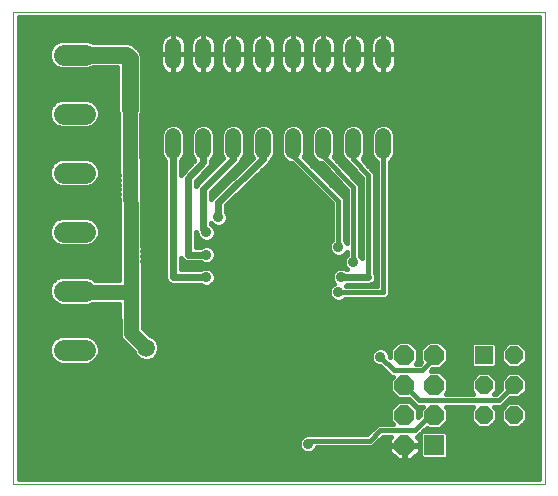
<source format=gbl>
G75*
G70*
%OFA0B0*%
%FSLAX24Y24*%
%IPPOS*%
%LPD*%
%AMOC8*
5,1,8,0,0,1.08239X$1,22.5*
%
%ADD10C,0.0000*%
%ADD11C,0.0520*%
%ADD12R,0.0660X0.0660*%
%ADD13OC8,0.0660*%
%ADD14R,0.0600X0.0600*%
%ADD15OC8,0.0600*%
%ADD16C,0.0705*%
%ADD17C,0.0160*%
%ADD18C,0.0356*%
%ADD19C,0.0240*%
%ADD20C,0.0591*%
%ADD21C,0.0660*%
%ADD22C,0.0500*%
%ADD23C,0.0560*%
D10*
X003097Y001522D02*
X003097Y017270D01*
X020814Y017270D01*
X020814Y001522D01*
X003097Y001522D01*
D11*
X008429Y012612D02*
X008429Y013132D01*
X009429Y013132D02*
X009429Y012612D01*
X010429Y012612D02*
X010429Y013132D01*
X011429Y013132D02*
X011429Y012612D01*
X012429Y012612D02*
X012429Y013132D01*
X013429Y013132D02*
X013429Y012612D01*
X014429Y012612D02*
X014429Y013132D01*
X015429Y013132D02*
X015429Y012612D01*
X015429Y015612D02*
X015429Y016132D01*
X014429Y016132D02*
X014429Y015612D01*
X013429Y015612D02*
X013429Y016132D01*
X012429Y016132D02*
X012429Y015612D01*
X011429Y015612D02*
X011429Y016132D01*
X010429Y016132D02*
X010429Y015612D01*
X009429Y015612D02*
X009429Y016132D01*
X008429Y016132D02*
X008429Y015612D01*
D12*
X017129Y002822D03*
D13*
X017129Y003822D03*
X017129Y004822D03*
X017129Y005822D03*
X016129Y005822D03*
X016129Y004822D03*
X016129Y003822D03*
X016129Y002822D03*
D14*
X018779Y005822D03*
D15*
X019779Y005822D03*
X019779Y004822D03*
X019779Y003822D03*
X018779Y003822D03*
X018779Y004822D03*
D16*
X005481Y006001D02*
X004776Y006001D01*
X004776Y007969D02*
X005481Y007969D01*
X005481Y009938D02*
X004776Y009938D01*
X004776Y011906D02*
X005481Y011906D01*
X005481Y013875D02*
X004776Y013875D01*
X004776Y015843D02*
X005481Y015843D01*
D17*
X005746Y016266D02*
X008010Y016266D01*
X008000Y016235D02*
X007989Y016166D01*
X007989Y015872D01*
X008428Y015872D01*
X008428Y015872D01*
X007989Y015872D01*
X007989Y015577D01*
X008000Y015509D01*
X008021Y015443D01*
X008052Y015381D01*
X008093Y015325D01*
X008142Y015276D01*
X008198Y015236D01*
X008260Y015204D01*
X008326Y015183D01*
X008394Y015172D01*
X008429Y015172D01*
X008463Y015172D01*
X008532Y015183D01*
X008598Y015204D01*
X008659Y015236D01*
X008715Y015276D01*
X008764Y015325D01*
X008805Y015381D01*
X008837Y015443D01*
X008858Y015509D01*
X008869Y015577D01*
X008869Y015872D01*
X008869Y016166D01*
X008858Y016235D01*
X008837Y016301D01*
X008805Y016362D01*
X008764Y016419D01*
X008715Y016467D01*
X008659Y016508D01*
X008598Y016540D01*
X008532Y016561D01*
X008463Y016572D01*
X008429Y016572D01*
X008429Y015872D01*
X008869Y015872D01*
X008429Y015872D01*
X008429Y015872D01*
X008429Y015872D01*
X008429Y016572D01*
X008394Y016572D01*
X008326Y016561D01*
X008260Y016540D01*
X008198Y016508D01*
X008142Y016467D01*
X008093Y016419D01*
X008052Y016362D01*
X008021Y016301D01*
X008000Y016235D01*
X007989Y016108D02*
X007183Y016108D01*
X007210Y016081D02*
X007092Y016199D01*
X006937Y016263D01*
X005754Y016263D01*
X005579Y016336D01*
X004678Y016336D01*
X004497Y016261D01*
X004359Y016122D01*
X004284Y015941D01*
X004284Y015745D01*
X004359Y015564D01*
X004497Y015426D01*
X004678Y015351D01*
X005579Y015351D01*
X005754Y015423D01*
X006559Y015423D01*
X006559Y013933D01*
X006590Y013858D01*
X006627Y008312D01*
X005835Y008312D01*
X005760Y008387D01*
X005579Y008462D01*
X004678Y008462D01*
X004497Y008387D01*
X004359Y008248D01*
X004284Y008067D01*
X004284Y007871D01*
X004359Y007690D01*
X004497Y007552D01*
X004678Y007477D01*
X005579Y007477D01*
X005713Y007532D01*
X006632Y007532D01*
X006639Y006568D01*
X006639Y006494D01*
X006639Y006493D01*
X006639Y006492D01*
X006669Y006420D01*
X006698Y006351D01*
X006699Y006350D01*
X006700Y006349D01*
X006752Y006297D01*
X007115Y005935D01*
X007160Y005825D01*
X007282Y005703D01*
X007442Y005637D01*
X007615Y005637D01*
X007775Y005703D01*
X007898Y005825D01*
X007964Y005985D01*
X007964Y006158D01*
X007898Y006318D01*
X007775Y006441D01*
X007666Y006486D01*
X007418Y006734D01*
X007410Y007925D01*
X007410Y007999D01*
X007409Y008001D01*
X007409Y008002D01*
X007370Y013863D01*
X007399Y013933D01*
X007399Y015635D01*
X007399Y015802D01*
X007335Y015956D01*
X007210Y016081D01*
X007338Y015949D02*
X007989Y015949D01*
X007989Y015791D02*
X007399Y015791D01*
X007399Y015632D02*
X007989Y015632D01*
X008011Y015474D02*
X007399Y015474D01*
X007399Y015315D02*
X008103Y015315D01*
X008429Y015315D02*
X008429Y015315D01*
X008429Y015172D02*
X008429Y015871D01*
X008429Y015871D01*
X008429Y015172D01*
X008429Y015474D02*
X008429Y015474D01*
X008429Y015632D02*
X008429Y015632D01*
X008429Y015791D02*
X008429Y015791D01*
X008429Y015949D02*
X008429Y015949D01*
X008429Y016108D02*
X008429Y016108D01*
X008429Y016266D02*
X008429Y016266D01*
X008429Y016425D02*
X008429Y016425D01*
X008758Y016425D02*
X009100Y016425D01*
X009093Y016419D02*
X009052Y016362D01*
X009021Y016301D01*
X009000Y016235D01*
X008989Y016166D01*
X008989Y015872D01*
X009428Y015872D01*
X009428Y015872D01*
X008989Y015872D01*
X008989Y015577D01*
X009000Y015509D01*
X009021Y015443D01*
X009052Y015381D01*
X009093Y015325D01*
X009142Y015276D01*
X009198Y015236D01*
X009260Y015204D01*
X009326Y015183D01*
X009394Y015172D01*
X009429Y015172D01*
X009463Y015172D01*
X009532Y015183D01*
X009598Y015204D01*
X009659Y015236D01*
X009715Y015276D01*
X009764Y015325D01*
X009805Y015381D01*
X009837Y015443D01*
X009858Y015509D01*
X009869Y015577D01*
X009869Y015872D01*
X009869Y016166D01*
X009858Y016235D01*
X009837Y016301D01*
X009805Y016362D01*
X009764Y016419D01*
X009715Y016467D01*
X009659Y016508D01*
X009598Y016540D01*
X009532Y016561D01*
X009463Y016572D01*
X009429Y016572D01*
X009429Y015872D01*
X009869Y015872D01*
X009429Y015872D01*
X009429Y015872D01*
X009429Y015872D01*
X009429Y016572D01*
X009394Y016572D01*
X009326Y016561D01*
X009260Y016540D01*
X009198Y016508D01*
X009142Y016467D01*
X009093Y016419D01*
X009010Y016266D02*
X008848Y016266D01*
X008869Y016108D02*
X008989Y016108D01*
X008989Y015949D02*
X008869Y015949D01*
X008869Y015791D02*
X008989Y015791D01*
X008989Y015632D02*
X008869Y015632D01*
X008846Y015474D02*
X009011Y015474D01*
X009103Y015315D02*
X008754Y015315D01*
X009429Y015315D02*
X009429Y015315D01*
X009429Y015172D02*
X009429Y015871D01*
X009429Y015871D01*
X009429Y015172D01*
X009429Y015474D02*
X009429Y015474D01*
X009429Y015632D02*
X009429Y015632D01*
X009429Y015791D02*
X009429Y015791D01*
X009429Y015949D02*
X009429Y015949D01*
X009429Y016108D02*
X009429Y016108D01*
X009429Y016266D02*
X009429Y016266D01*
X009429Y016425D02*
X009429Y016425D01*
X009758Y016425D02*
X010100Y016425D01*
X010093Y016419D02*
X010142Y016467D01*
X010198Y016508D01*
X010260Y016540D01*
X010326Y016561D01*
X010394Y016572D01*
X010429Y016572D01*
X010429Y015872D01*
X010869Y015872D01*
X010869Y016166D01*
X010858Y016235D01*
X010837Y016301D01*
X010805Y016362D01*
X010764Y016419D01*
X010715Y016467D01*
X010659Y016508D01*
X010598Y016540D01*
X010532Y016561D01*
X010463Y016572D01*
X010429Y016572D01*
X010429Y015872D01*
X010429Y015872D01*
X010429Y015872D01*
X010869Y015872D01*
X010869Y015577D01*
X010858Y015509D01*
X010837Y015443D01*
X010805Y015381D01*
X010764Y015325D01*
X010715Y015276D01*
X010659Y015236D01*
X010598Y015204D01*
X010532Y015183D01*
X010463Y015172D01*
X010429Y015172D01*
X010429Y015871D01*
X010429Y015871D01*
X010429Y015172D01*
X010394Y015172D01*
X010326Y015183D01*
X010260Y015204D01*
X010198Y015236D01*
X010142Y015276D01*
X010093Y015325D01*
X010052Y015381D01*
X010021Y015443D01*
X010000Y015509D01*
X009989Y015577D01*
X009989Y015872D01*
X010428Y015872D01*
X010428Y015872D01*
X009989Y015872D01*
X009989Y016166D01*
X010000Y016235D01*
X010021Y016301D01*
X010052Y016362D01*
X010093Y016419D01*
X010010Y016266D02*
X009848Y016266D01*
X009869Y016108D02*
X009989Y016108D01*
X009989Y015949D02*
X009869Y015949D01*
X009869Y015791D02*
X009989Y015791D01*
X009989Y015632D02*
X009869Y015632D01*
X009846Y015474D02*
X010011Y015474D01*
X010103Y015315D02*
X009754Y015315D01*
X010429Y015315D02*
X010429Y015315D01*
X010429Y015474D02*
X010429Y015474D01*
X010429Y015632D02*
X010429Y015632D01*
X010429Y015791D02*
X010429Y015791D01*
X010429Y015949D02*
X010429Y015949D01*
X010429Y016108D02*
X010429Y016108D01*
X010429Y016266D02*
X010429Y016266D01*
X010429Y016425D02*
X010429Y016425D01*
X010758Y016425D02*
X011100Y016425D01*
X011093Y016419D02*
X011052Y016362D01*
X011021Y016301D01*
X011000Y016235D01*
X010989Y016166D01*
X010989Y015872D01*
X011428Y015872D01*
X011428Y015872D01*
X010989Y015872D01*
X010989Y015577D01*
X011000Y015509D01*
X011021Y015443D01*
X011052Y015381D01*
X011093Y015325D01*
X011142Y015276D01*
X011198Y015236D01*
X011260Y015204D01*
X011326Y015183D01*
X011394Y015172D01*
X011429Y015172D01*
X011463Y015172D01*
X011532Y015183D01*
X011598Y015204D01*
X011659Y015236D01*
X011715Y015276D01*
X011764Y015325D01*
X011805Y015381D01*
X011837Y015443D01*
X011858Y015509D01*
X011869Y015577D01*
X011869Y015872D01*
X011869Y016166D01*
X011858Y016235D01*
X011837Y016301D01*
X011805Y016362D01*
X011764Y016419D01*
X011715Y016467D01*
X011659Y016508D01*
X011598Y016540D01*
X011532Y016561D01*
X011463Y016572D01*
X011429Y016572D01*
X011429Y015872D01*
X011869Y015872D01*
X011429Y015872D01*
X011429Y015872D01*
X011429Y015872D01*
X011429Y016572D01*
X011394Y016572D01*
X011326Y016561D01*
X011260Y016540D01*
X011198Y016508D01*
X011142Y016467D01*
X011093Y016419D01*
X011010Y016266D02*
X010848Y016266D01*
X010869Y016108D02*
X010989Y016108D01*
X010989Y015949D02*
X010869Y015949D01*
X010869Y015791D02*
X010989Y015791D01*
X010989Y015632D02*
X010869Y015632D01*
X010846Y015474D02*
X011011Y015474D01*
X011103Y015315D02*
X010754Y015315D01*
X011429Y015315D02*
X011429Y015315D01*
X011429Y015172D02*
X011429Y015871D01*
X011429Y015871D01*
X011429Y015172D01*
X011429Y015474D02*
X011429Y015474D01*
X011429Y015632D02*
X011429Y015632D01*
X011429Y015791D02*
X011429Y015791D01*
X011429Y015949D02*
X011429Y015949D01*
X011429Y016108D02*
X011429Y016108D01*
X011429Y016266D02*
X011429Y016266D01*
X011429Y016425D02*
X011429Y016425D01*
X011758Y016425D02*
X012100Y016425D01*
X012093Y016419D02*
X012052Y016362D01*
X012021Y016301D01*
X012000Y016235D01*
X011989Y016166D01*
X011989Y015872D01*
X012428Y015872D01*
X012428Y015872D01*
X011989Y015872D01*
X011989Y015577D01*
X012000Y015509D01*
X012021Y015443D01*
X012052Y015381D01*
X012093Y015325D01*
X012142Y015276D01*
X012198Y015236D01*
X012260Y015204D01*
X012326Y015183D01*
X012394Y015172D01*
X012429Y015172D01*
X012463Y015172D01*
X012532Y015183D01*
X012598Y015204D01*
X012659Y015236D01*
X012715Y015276D01*
X012764Y015325D01*
X012805Y015381D01*
X012837Y015443D01*
X012858Y015509D01*
X012869Y015577D01*
X012869Y015872D01*
X012869Y016166D01*
X012858Y016235D01*
X012837Y016301D01*
X012805Y016362D01*
X012764Y016419D01*
X012715Y016467D01*
X012659Y016508D01*
X012598Y016540D01*
X012532Y016561D01*
X012463Y016572D01*
X012429Y016572D01*
X012429Y015872D01*
X012869Y015872D01*
X012429Y015872D01*
X012429Y015872D01*
X012429Y015872D01*
X012429Y016572D01*
X012394Y016572D01*
X012326Y016561D01*
X012260Y016540D01*
X012198Y016508D01*
X012142Y016467D01*
X012093Y016419D01*
X012010Y016266D02*
X011848Y016266D01*
X011869Y016108D02*
X011989Y016108D01*
X011989Y015949D02*
X011869Y015949D01*
X011869Y015791D02*
X011989Y015791D01*
X011989Y015632D02*
X011869Y015632D01*
X011846Y015474D02*
X012011Y015474D01*
X012103Y015315D02*
X011754Y015315D01*
X012429Y015315D02*
X012429Y015315D01*
X012429Y015172D02*
X012429Y015871D01*
X012429Y015871D01*
X012429Y015172D01*
X012429Y015474D02*
X012429Y015474D01*
X012429Y015632D02*
X012429Y015632D01*
X012429Y015791D02*
X012429Y015791D01*
X012429Y015949D02*
X012429Y015949D01*
X012429Y016108D02*
X012429Y016108D01*
X012429Y016266D02*
X012429Y016266D01*
X012429Y016425D02*
X012429Y016425D01*
X012758Y016425D02*
X013100Y016425D01*
X013093Y016419D02*
X013052Y016362D01*
X013021Y016301D01*
X013000Y016235D01*
X012989Y016166D01*
X012989Y015872D01*
X013428Y015872D01*
X013428Y015872D01*
X012989Y015872D01*
X012989Y015577D01*
X013000Y015509D01*
X013021Y015443D01*
X013052Y015381D01*
X013093Y015325D01*
X013142Y015276D01*
X013198Y015236D01*
X013260Y015204D01*
X013326Y015183D01*
X013394Y015172D01*
X013429Y015172D01*
X013463Y015172D01*
X013532Y015183D01*
X013598Y015204D01*
X013659Y015236D01*
X013715Y015276D01*
X013764Y015325D01*
X013805Y015381D01*
X013837Y015443D01*
X013858Y015509D01*
X013869Y015577D01*
X013869Y015872D01*
X013869Y016166D01*
X013858Y016235D01*
X013837Y016301D01*
X013805Y016362D01*
X013764Y016419D01*
X013715Y016467D01*
X013659Y016508D01*
X013598Y016540D01*
X013532Y016561D01*
X013463Y016572D01*
X013429Y016572D01*
X013429Y015872D01*
X013869Y015872D01*
X013429Y015872D01*
X013429Y015872D01*
X013429Y015872D01*
X013429Y016572D01*
X013394Y016572D01*
X013326Y016561D01*
X013260Y016540D01*
X013198Y016508D01*
X013142Y016467D01*
X013093Y016419D01*
X013010Y016266D02*
X012848Y016266D01*
X012869Y016108D02*
X012989Y016108D01*
X012989Y015949D02*
X012869Y015949D01*
X012869Y015791D02*
X012989Y015791D01*
X012989Y015632D02*
X012869Y015632D01*
X012846Y015474D02*
X013011Y015474D01*
X013103Y015315D02*
X012754Y015315D01*
X013429Y015315D02*
X013429Y015315D01*
X013429Y015172D02*
X013429Y015871D01*
X013429Y015871D01*
X013429Y015172D01*
X013429Y015474D02*
X013429Y015474D01*
X013429Y015632D02*
X013429Y015632D01*
X013429Y015791D02*
X013429Y015791D01*
X013429Y015949D02*
X013429Y015949D01*
X013429Y016108D02*
X013429Y016108D01*
X013429Y016266D02*
X013429Y016266D01*
X013429Y016425D02*
X013429Y016425D01*
X013758Y016425D02*
X014100Y016425D01*
X014093Y016419D02*
X014052Y016362D01*
X014021Y016301D01*
X014000Y016235D01*
X013989Y016166D01*
X013989Y015872D01*
X014428Y015872D01*
X014428Y015872D01*
X013989Y015872D01*
X013989Y015577D01*
X014000Y015509D01*
X014021Y015443D01*
X014052Y015381D01*
X014093Y015325D01*
X014142Y015276D01*
X014198Y015236D01*
X014260Y015204D01*
X014326Y015183D01*
X014394Y015172D01*
X014429Y015172D01*
X014463Y015172D01*
X014532Y015183D01*
X014598Y015204D01*
X014659Y015236D01*
X014715Y015276D01*
X014764Y015325D01*
X014805Y015381D01*
X014837Y015443D01*
X014858Y015509D01*
X014869Y015577D01*
X014869Y015872D01*
X014869Y016166D01*
X014858Y016235D01*
X014837Y016301D01*
X014805Y016362D01*
X014764Y016419D01*
X014715Y016467D01*
X014659Y016508D01*
X014598Y016540D01*
X014532Y016561D01*
X014463Y016572D01*
X014429Y016572D01*
X014429Y015872D01*
X014869Y015872D01*
X014429Y015872D01*
X014429Y015872D01*
X014429Y015872D01*
X014429Y016572D01*
X014394Y016572D01*
X014326Y016561D01*
X014260Y016540D01*
X014198Y016508D01*
X014142Y016467D01*
X014093Y016419D01*
X014010Y016266D02*
X013848Y016266D01*
X013869Y016108D02*
X013989Y016108D01*
X013989Y015949D02*
X013869Y015949D01*
X013869Y015791D02*
X013989Y015791D01*
X013989Y015632D02*
X013869Y015632D01*
X013846Y015474D02*
X014011Y015474D01*
X014103Y015315D02*
X013754Y015315D01*
X014429Y015315D02*
X014429Y015315D01*
X014429Y015172D02*
X014429Y015871D01*
X014429Y015871D01*
X014429Y015172D01*
X014429Y015474D02*
X014429Y015474D01*
X014429Y015632D02*
X014429Y015632D01*
X014429Y015791D02*
X014429Y015791D01*
X014429Y015949D02*
X014429Y015949D01*
X014429Y016108D02*
X014429Y016108D01*
X014429Y016266D02*
X014429Y016266D01*
X014429Y016425D02*
X014429Y016425D01*
X014758Y016425D02*
X015100Y016425D01*
X015093Y016419D02*
X015052Y016362D01*
X015021Y016301D01*
X015000Y016235D01*
X014989Y016166D01*
X014989Y015872D01*
X015428Y015872D01*
X015428Y015872D01*
X014989Y015872D01*
X014989Y015577D01*
X015000Y015509D01*
X015021Y015443D01*
X015052Y015381D01*
X015093Y015325D01*
X015142Y015276D01*
X015198Y015236D01*
X015260Y015204D01*
X015326Y015183D01*
X015394Y015172D01*
X015429Y015172D01*
X015463Y015172D01*
X015532Y015183D01*
X015598Y015204D01*
X015659Y015236D01*
X015715Y015276D01*
X015764Y015325D01*
X015805Y015381D01*
X015837Y015443D01*
X015858Y015509D01*
X015869Y015577D01*
X015869Y015872D01*
X015869Y016166D01*
X015858Y016235D01*
X015837Y016301D01*
X015805Y016362D01*
X015764Y016419D01*
X015715Y016467D01*
X015659Y016508D01*
X015598Y016540D01*
X015532Y016561D01*
X015463Y016572D01*
X015429Y016572D01*
X015429Y015872D01*
X015869Y015872D01*
X015429Y015872D01*
X015429Y015872D01*
X015429Y015872D01*
X015429Y016572D01*
X015394Y016572D01*
X015326Y016561D01*
X015260Y016540D01*
X015198Y016508D01*
X015142Y016467D01*
X015093Y016419D01*
X015010Y016266D02*
X014848Y016266D01*
X014869Y016108D02*
X014989Y016108D01*
X014989Y015949D02*
X014869Y015949D01*
X014869Y015791D02*
X014989Y015791D01*
X014989Y015632D02*
X014869Y015632D01*
X014846Y015474D02*
X015011Y015474D01*
X015103Y015315D02*
X014754Y015315D01*
X015429Y015315D02*
X015429Y015315D01*
X015429Y015172D02*
X015429Y015871D01*
X015429Y015871D01*
X015429Y015172D01*
X015429Y015474D02*
X015429Y015474D01*
X015429Y015632D02*
X015429Y015632D01*
X015429Y015791D02*
X015429Y015791D01*
X015429Y015949D02*
X015429Y015949D01*
X015429Y016108D02*
X015429Y016108D01*
X015429Y016266D02*
X015429Y016266D01*
X015429Y016425D02*
X015429Y016425D01*
X015758Y016425D02*
X020634Y016425D01*
X020634Y016584D02*
X003277Y016584D01*
X003277Y016742D02*
X020634Y016742D01*
X020634Y016901D02*
X003277Y016901D01*
X003277Y017059D02*
X020634Y017059D01*
X020634Y017090D02*
X003277Y017090D01*
X003277Y001702D01*
X020634Y001702D01*
X020634Y017090D01*
X020634Y016266D02*
X015848Y016266D01*
X015869Y016108D02*
X020634Y016108D01*
X020634Y015949D02*
X015869Y015949D01*
X015869Y015791D02*
X020634Y015791D01*
X020634Y015632D02*
X015869Y015632D01*
X015846Y015474D02*
X020634Y015474D01*
X020634Y015315D02*
X015754Y015315D01*
X015508Y013532D02*
X015349Y013532D01*
X015202Y013471D01*
X015090Y013358D01*
X015029Y013211D01*
X015029Y012532D01*
X015090Y012385D01*
X015202Y012273D01*
X015209Y012270D01*
X015209Y008142D01*
X014184Y008142D01*
X014209Y008152D01*
X014219Y008162D01*
X014981Y008162D01*
X015076Y008201D01*
X015149Y008275D01*
X015189Y008370D01*
X015189Y008474D01*
X015149Y008569D01*
X015149Y008570D01*
X015149Y011816D01*
X015153Y011902D01*
X015149Y011907D01*
X015149Y011913D01*
X015088Y011973D01*
X014740Y012357D01*
X014768Y012385D01*
X014829Y012532D01*
X014829Y013211D01*
X014768Y013358D01*
X014655Y013471D01*
X014508Y013532D01*
X014349Y013532D01*
X014202Y013471D01*
X014090Y013358D01*
X014029Y013211D01*
X014029Y012532D01*
X014090Y012385D01*
X014202Y012273D01*
X014227Y012263D01*
X014269Y012220D01*
X014709Y011737D01*
X014709Y009077D01*
X014698Y009102D01*
X014649Y009152D01*
X014649Y011419D01*
X014651Y011508D01*
X014649Y011510D01*
X014709Y011510D01*
X014649Y011510D02*
X014649Y011513D01*
X014586Y011575D01*
X013782Y012420D01*
X013829Y012532D01*
X013829Y013211D01*
X013768Y013358D01*
X013655Y013471D01*
X013508Y013532D01*
X013349Y013532D01*
X013202Y013471D01*
X013090Y013358D01*
X013029Y013211D01*
X013029Y012532D01*
X013090Y012385D01*
X013202Y012273D01*
X013349Y012212D01*
X013373Y012212D01*
X014209Y011334D01*
X014209Y009577D01*
X014198Y009602D01*
X014149Y009652D01*
X014149Y011063D01*
X014020Y011192D01*
X012785Y012427D01*
X012829Y012532D01*
X012829Y013211D01*
X012768Y013358D01*
X012655Y013471D01*
X012508Y013532D01*
X012349Y013532D01*
X012202Y013471D01*
X012090Y013358D01*
X012029Y013211D01*
X012029Y012532D01*
X012090Y012385D01*
X012202Y012273D01*
X012349Y012212D01*
X012378Y012212D01*
X013709Y010881D01*
X013709Y009652D01*
X013659Y009602D01*
X013611Y009485D01*
X013611Y009359D01*
X013659Y009242D01*
X013749Y009152D01*
X013866Y009104D01*
X013992Y009104D01*
X014109Y009152D01*
X014198Y009242D01*
X014209Y009267D01*
X014209Y009152D01*
X014159Y009102D01*
X014111Y008985D01*
X014111Y008859D01*
X014159Y008742D01*
X014219Y008682D01*
X014219Y008682D01*
X014209Y008692D01*
X014092Y008740D01*
X013966Y008740D01*
X013849Y008692D01*
X013759Y008602D01*
X013711Y008485D01*
X013711Y008359D01*
X013759Y008242D01*
X013792Y008209D01*
X013749Y008192D01*
X013659Y008102D01*
X013611Y007985D01*
X013611Y007859D01*
X013659Y007742D01*
X013749Y007652D01*
X013866Y007604D01*
X013992Y007604D01*
X014109Y007652D01*
X014159Y007702D01*
X015520Y007702D01*
X015649Y007831D01*
X015649Y008013D01*
X015649Y012270D01*
X015655Y012273D01*
X015768Y012385D01*
X015829Y012532D01*
X015829Y013211D01*
X015768Y013358D01*
X015655Y013471D01*
X015508Y013532D01*
X015714Y013413D02*
X020634Y013413D01*
X020634Y013571D02*
X007372Y013571D01*
X007373Y013413D02*
X008144Y013413D01*
X008090Y013358D02*
X008202Y013471D01*
X008349Y013532D01*
X008508Y013532D01*
X008655Y013471D01*
X008768Y013358D01*
X008829Y013211D01*
X008829Y012532D01*
X008768Y012385D01*
X008689Y012306D01*
X008689Y011823D01*
X008702Y011859D01*
X008706Y011863D01*
X008708Y011869D01*
X008741Y011901D01*
X009137Y012338D01*
X009090Y012385D01*
X009029Y012532D01*
X009029Y013211D01*
X009090Y013358D01*
X009202Y013471D01*
X009349Y013532D01*
X009508Y013532D01*
X009655Y013471D01*
X009768Y013358D01*
X009829Y013211D01*
X009829Y012532D01*
X009768Y012385D01*
X009689Y012306D01*
X009689Y012278D01*
X009691Y012233D01*
X009689Y012227D01*
X009689Y012220D01*
X009671Y012178D01*
X009656Y012135D01*
X009652Y012131D01*
X009649Y012125D01*
X009617Y012092D01*
X009189Y011621D01*
X009189Y011472D01*
X009208Y011519D01*
X009282Y011592D01*
X010085Y012396D01*
X010029Y012532D01*
X010029Y013211D01*
X010090Y013358D01*
X010202Y013471D01*
X010349Y013532D01*
X010508Y013532D01*
X010655Y013471D01*
X010768Y013358D01*
X010829Y013211D01*
X010829Y012532D01*
X010768Y012385D01*
X010679Y012296D01*
X010649Y012225D01*
X009689Y011264D01*
X009689Y011022D01*
X009690Y011024D01*
X009708Y011069D01*
X009710Y011071D01*
X009711Y011073D01*
X009747Y011108D01*
X009782Y011142D01*
X009784Y011143D01*
X011084Y012400D01*
X011029Y012532D01*
X011029Y013211D01*
X011090Y013358D01*
X011202Y013471D01*
X011349Y013532D01*
X011508Y013532D01*
X011655Y013471D01*
X011768Y013358D01*
X011829Y013211D01*
X011829Y012532D01*
X011768Y012385D01*
X011680Y012297D01*
X011668Y012270D01*
X011649Y012225D01*
X011648Y012223D01*
X011647Y012221D01*
X011610Y012186D01*
X011576Y012151D01*
X011574Y012151D01*
X010189Y010812D01*
X010189Y010612D01*
X010198Y010602D01*
X010247Y010485D01*
X010247Y010359D01*
X010198Y010242D01*
X013709Y010242D01*
X013709Y010400D02*
X010247Y010400D01*
X010216Y010559D02*
X013709Y010559D01*
X013709Y010717D02*
X010189Y010717D01*
X010255Y010876D02*
X013709Y010876D01*
X013555Y011034D02*
X010419Y011034D01*
X010583Y011193D02*
X013397Y011193D01*
X013238Y011352D02*
X010747Y011352D01*
X010911Y011510D02*
X013079Y011510D01*
X012921Y011669D02*
X011075Y011669D01*
X011239Y011827D02*
X012762Y011827D01*
X012604Y011986D02*
X011403Y011986D01*
X011567Y012144D02*
X012445Y012144D01*
X012172Y012303D02*
X011685Y012303D01*
X011799Y012461D02*
X012058Y012461D01*
X012029Y012620D02*
X011829Y012620D01*
X011829Y012778D02*
X012029Y012778D01*
X012029Y012937D02*
X011829Y012937D01*
X011829Y013096D02*
X012029Y013096D01*
X012046Y013254D02*
X011811Y013254D01*
X011714Y013413D02*
X012144Y013413D01*
X012714Y013413D02*
X013144Y013413D01*
X013046Y013254D02*
X012811Y013254D01*
X012829Y013096D02*
X013029Y013096D01*
X013029Y012937D02*
X012829Y012937D01*
X012829Y012778D02*
X013029Y012778D01*
X013029Y012620D02*
X012829Y012620D01*
X012799Y012461D02*
X013058Y012461D01*
X013172Y012303D02*
X012909Y012303D01*
X013067Y012144D02*
X013437Y012144D01*
X013588Y011986D02*
X013226Y011986D01*
X013385Y011827D02*
X013739Y011827D01*
X013890Y011669D02*
X013543Y011669D01*
X013702Y011510D02*
X014041Y011510D01*
X014192Y011352D02*
X013860Y011352D01*
X014019Y011193D02*
X014209Y011193D01*
X014209Y011034D02*
X014149Y011034D01*
X014149Y010876D02*
X014209Y010876D01*
X014209Y010717D02*
X014149Y010717D01*
X014149Y010559D02*
X014209Y010559D01*
X014209Y010400D02*
X014149Y010400D01*
X014149Y010242D02*
X014209Y010242D01*
X014209Y010083D02*
X014149Y010083D01*
X014149Y009925D02*
X014209Y009925D01*
X014209Y009766D02*
X014149Y009766D01*
X014193Y009608D02*
X014209Y009608D01*
X013929Y009422D02*
X013929Y010972D01*
X012429Y012472D01*
X012429Y012872D01*
X013429Y012872D02*
X013429Y012472D01*
X014429Y011422D01*
X014429Y008922D01*
X014669Y009132D02*
X014709Y009132D01*
X014709Y009291D02*
X014649Y009291D01*
X014649Y009449D02*
X014709Y009449D01*
X014709Y009608D02*
X014649Y009608D01*
X014649Y009766D02*
X014709Y009766D01*
X014709Y009925D02*
X014649Y009925D01*
X014649Y010083D02*
X014709Y010083D01*
X014709Y010242D02*
X014649Y010242D01*
X014649Y010400D02*
X014709Y010400D01*
X014709Y010559D02*
X014649Y010559D01*
X014649Y010717D02*
X014709Y010717D01*
X014709Y010876D02*
X014649Y010876D01*
X014649Y011034D02*
X014709Y011034D01*
X014709Y011193D02*
X014649Y011193D01*
X014649Y011352D02*
X014709Y011352D01*
X014709Y011669D02*
X014498Y011669D01*
X014627Y011827D02*
X014347Y011827D01*
X014483Y011986D02*
X014196Y011986D01*
X014338Y012144D02*
X014045Y012144D01*
X014172Y012303D02*
X013894Y012303D01*
X013799Y012461D02*
X014058Y012461D01*
X014029Y012620D02*
X013829Y012620D01*
X013829Y012778D02*
X014029Y012778D01*
X014029Y012937D02*
X013829Y012937D01*
X013829Y013096D02*
X014029Y013096D01*
X014046Y013254D02*
X013811Y013254D01*
X013714Y013413D02*
X014144Y013413D01*
X014429Y012872D02*
X014429Y012372D01*
X014929Y011822D01*
X014929Y008422D01*
X015176Y008339D02*
X015209Y008339D01*
X015209Y008181D02*
X015026Y008181D01*
X015179Y008498D02*
X015209Y008498D01*
X015209Y008656D02*
X015149Y008656D01*
X015149Y008815D02*
X015209Y008815D01*
X015209Y008973D02*
X015149Y008973D01*
X015149Y009132D02*
X015209Y009132D01*
X015209Y009291D02*
X015149Y009291D01*
X015149Y009449D02*
X015209Y009449D01*
X015209Y009608D02*
X015149Y009608D01*
X015149Y009766D02*
X015209Y009766D01*
X015209Y009925D02*
X015149Y009925D01*
X015149Y010083D02*
X015209Y010083D01*
X015209Y010242D02*
X015149Y010242D01*
X015149Y010400D02*
X015209Y010400D01*
X015209Y010559D02*
X015149Y010559D01*
X015149Y010717D02*
X015209Y010717D01*
X015209Y010876D02*
X015149Y010876D01*
X015149Y011034D02*
X015209Y011034D01*
X015209Y011193D02*
X015149Y011193D01*
X015149Y011352D02*
X015209Y011352D01*
X015209Y011510D02*
X015149Y011510D01*
X015149Y011669D02*
X015209Y011669D01*
X015209Y011827D02*
X015149Y011827D01*
X015209Y011986D02*
X015077Y011986D01*
X015209Y012144D02*
X014933Y012144D01*
X014789Y012303D02*
X015172Y012303D01*
X015058Y012461D02*
X014799Y012461D01*
X014829Y012620D02*
X015029Y012620D01*
X015029Y012778D02*
X014829Y012778D01*
X014829Y012937D02*
X015029Y012937D01*
X015029Y013096D02*
X014829Y013096D01*
X014811Y013254D02*
X015046Y013254D01*
X015144Y013413D02*
X014714Y013413D01*
X015429Y012872D02*
X015429Y007922D01*
X013929Y007922D01*
X013696Y007705D02*
X007411Y007705D01*
X007412Y007547D02*
X020634Y007547D01*
X020634Y007705D02*
X015523Y007705D01*
X015649Y007864D02*
X020634Y007864D01*
X020634Y008022D02*
X015649Y008022D01*
X015649Y008181D02*
X020634Y008181D01*
X020634Y008339D02*
X015649Y008339D01*
X015649Y008498D02*
X020634Y008498D01*
X020634Y008656D02*
X015649Y008656D01*
X015649Y008815D02*
X020634Y008815D01*
X020634Y008973D02*
X015649Y008973D01*
X015649Y009132D02*
X020634Y009132D01*
X020634Y009291D02*
X015649Y009291D01*
X015649Y009449D02*
X020634Y009449D01*
X020634Y009608D02*
X015649Y009608D01*
X015649Y009766D02*
X020634Y009766D01*
X020634Y009925D02*
X015649Y009925D01*
X015649Y010083D02*
X020634Y010083D01*
X020634Y010242D02*
X015649Y010242D01*
X015649Y010400D02*
X020634Y010400D01*
X020634Y010559D02*
X015649Y010559D01*
X015649Y010717D02*
X020634Y010717D01*
X020634Y010876D02*
X015649Y010876D01*
X015649Y011034D02*
X020634Y011034D01*
X020634Y011193D02*
X015649Y011193D01*
X015649Y011352D02*
X020634Y011352D01*
X020634Y011510D02*
X015649Y011510D01*
X015649Y011669D02*
X020634Y011669D01*
X020634Y011827D02*
X015649Y011827D01*
X015649Y011986D02*
X020634Y011986D01*
X020634Y012144D02*
X015649Y012144D01*
X015685Y012303D02*
X020634Y012303D01*
X020634Y012461D02*
X015799Y012461D01*
X015829Y012620D02*
X020634Y012620D01*
X020634Y012778D02*
X015829Y012778D01*
X015829Y012937D02*
X020634Y012937D01*
X020634Y013096D02*
X015829Y013096D01*
X015811Y013254D02*
X020634Y013254D01*
X020634Y013730D02*
X007371Y013730D01*
X007380Y013888D02*
X020634Y013888D01*
X020634Y014047D02*
X007399Y014047D01*
X007399Y014205D02*
X020634Y014205D01*
X020634Y014364D02*
X007399Y014364D01*
X007399Y014522D02*
X020634Y014522D01*
X020634Y014681D02*
X007399Y014681D01*
X007399Y014840D02*
X020634Y014840D01*
X020634Y014998D02*
X007399Y014998D01*
X007399Y015157D02*
X020634Y015157D01*
X014189Y009132D02*
X014060Y009132D01*
X014111Y008973D02*
X009780Y008973D01*
X009798Y008992D02*
X009847Y009109D01*
X009847Y009235D01*
X009798Y009352D01*
X009709Y009442D01*
X009592Y009490D01*
X009466Y009490D01*
X009349Y009442D01*
X009339Y009432D01*
X009189Y009432D01*
X009189Y009922D01*
X009208Y009875D01*
X009211Y009872D01*
X009211Y009859D01*
X009259Y009742D01*
X009349Y009652D01*
X009466Y009604D01*
X009592Y009604D01*
X009709Y009652D01*
X009798Y009742D01*
X009847Y009859D01*
X009847Y009985D01*
X009798Y010102D01*
X009709Y010192D01*
X009689Y010200D01*
X009689Y010212D01*
X009749Y010152D01*
X009866Y010104D01*
X009992Y010104D01*
X010109Y010152D01*
X010198Y010242D01*
X009806Y010083D02*
X013709Y010083D01*
X013709Y009925D02*
X009847Y009925D01*
X009809Y009766D02*
X013709Y009766D01*
X013665Y009608D02*
X009601Y009608D01*
X009456Y009608D02*
X009189Y009608D01*
X009189Y009766D02*
X009249Y009766D01*
X009189Y009449D02*
X009367Y009449D01*
X009691Y009449D02*
X013611Y009449D01*
X013639Y009291D02*
X009824Y009291D01*
X009847Y009132D02*
X013797Y009132D01*
X014129Y008815D02*
X008689Y008815D01*
X008689Y008682D02*
X008689Y009072D01*
X008708Y009025D01*
X008782Y008951D01*
X008877Y008912D01*
X009339Y008912D01*
X009349Y008902D01*
X009466Y008854D01*
X009592Y008854D01*
X009709Y008902D01*
X009798Y008992D01*
X009709Y008692D02*
X009592Y008740D01*
X009466Y008740D01*
X009349Y008692D01*
X009339Y008682D01*
X008689Y008682D01*
X008689Y008973D02*
X008760Y008973D01*
X008169Y008973D02*
X007403Y008973D01*
X007404Y008815D02*
X008169Y008815D01*
X008169Y008656D02*
X007405Y008656D01*
X007406Y008498D02*
X008169Y008498D01*
X008169Y008474D02*
X008169Y008370D01*
X008208Y008275D01*
X008282Y008201D01*
X008377Y008162D01*
X009339Y008162D01*
X009349Y008152D01*
X009466Y008104D01*
X009592Y008104D01*
X009709Y008152D01*
X009798Y008242D01*
X009847Y008359D01*
X009847Y008485D01*
X009798Y008602D01*
X009709Y008692D01*
X009744Y008656D02*
X013813Y008656D01*
X013716Y008498D02*
X009842Y008498D01*
X009839Y008339D02*
X013719Y008339D01*
X013738Y008181D02*
X009737Y008181D01*
X008332Y008181D02*
X007408Y008181D01*
X007407Y008339D02*
X008182Y008339D01*
X008169Y008474D02*
X008169Y012306D01*
X008090Y012385D01*
X008029Y012532D01*
X008029Y013211D01*
X008090Y013358D01*
X008046Y013254D02*
X007374Y013254D01*
X007375Y013096D02*
X008029Y013096D01*
X008029Y012937D02*
X007376Y012937D01*
X007377Y012778D02*
X008029Y012778D01*
X008029Y012620D02*
X007378Y012620D01*
X007379Y012461D02*
X008058Y012461D01*
X008169Y012303D02*
X007380Y012303D01*
X007381Y012144D02*
X008169Y012144D01*
X008169Y011986D02*
X007382Y011986D01*
X007384Y011827D02*
X008169Y011827D01*
X008169Y011669D02*
X007385Y011669D01*
X007386Y011510D02*
X008169Y011510D01*
X008169Y011352D02*
X007387Y011352D01*
X007388Y011193D02*
X008169Y011193D01*
X008169Y011034D02*
X007389Y011034D01*
X007390Y010876D02*
X008169Y010876D01*
X008169Y010717D02*
X007391Y010717D01*
X007392Y010559D02*
X008169Y010559D01*
X008169Y010400D02*
X007393Y010400D01*
X007394Y010242D02*
X008169Y010242D01*
X008169Y010083D02*
X007395Y010083D01*
X007396Y009925D02*
X008169Y009925D01*
X008169Y009766D02*
X007397Y009766D01*
X007398Y009608D02*
X008169Y009608D01*
X008169Y009449D02*
X007399Y009449D01*
X007401Y009291D02*
X008169Y009291D01*
X008169Y009132D02*
X007402Y009132D01*
X006622Y009132D02*
X003277Y009132D01*
X003277Y009291D02*
X006621Y009291D01*
X006619Y009449D02*
X005589Y009449D01*
X005579Y009445D02*
X005760Y009520D01*
X005899Y009659D01*
X005974Y009840D01*
X005974Y010036D01*
X005899Y010217D01*
X005760Y010355D01*
X005579Y010430D01*
X004678Y010430D01*
X004497Y010355D01*
X004359Y010217D01*
X004284Y010036D01*
X004284Y009840D01*
X004359Y009659D01*
X004497Y009520D01*
X004678Y009445D01*
X005579Y009445D01*
X005848Y009608D02*
X006618Y009608D01*
X006617Y009766D02*
X005943Y009766D01*
X005974Y009925D02*
X006616Y009925D01*
X006615Y010083D02*
X005954Y010083D01*
X005874Y010242D02*
X006614Y010242D01*
X006613Y010400D02*
X005651Y010400D01*
X004669Y009449D02*
X003277Y009449D01*
X003277Y009608D02*
X004410Y009608D01*
X004314Y009766D02*
X003277Y009766D01*
X003277Y009925D02*
X004284Y009925D01*
X004304Y010083D02*
X003277Y010083D01*
X003277Y010242D02*
X004384Y010242D01*
X004606Y010400D02*
X003277Y010400D01*
X003277Y010559D02*
X006612Y010559D01*
X006611Y010717D02*
X003277Y010717D01*
X003277Y010876D02*
X006610Y010876D01*
X006609Y011034D02*
X003277Y011034D01*
X003277Y011193D02*
X006608Y011193D01*
X006607Y011352D02*
X003277Y011352D01*
X003277Y011510D02*
X004476Y011510D01*
X004497Y011489D02*
X004678Y011414D01*
X005579Y011414D01*
X005760Y011489D01*
X005899Y011627D01*
X005974Y011808D01*
X005974Y012004D01*
X005899Y012185D01*
X005760Y012324D01*
X005579Y012399D01*
X004678Y012399D01*
X004497Y012324D01*
X004359Y012185D01*
X004284Y012004D01*
X004284Y011808D01*
X004359Y011627D01*
X004497Y011489D01*
X004342Y011669D02*
X003277Y011669D01*
X003277Y011827D02*
X004284Y011827D01*
X004284Y011986D02*
X003277Y011986D01*
X003277Y012144D02*
X004342Y012144D01*
X004476Y012303D02*
X003277Y012303D01*
X003277Y012461D02*
X006599Y012461D01*
X006600Y012303D02*
X005781Y012303D01*
X005916Y012144D02*
X006601Y012144D01*
X006602Y011986D02*
X005974Y011986D01*
X005974Y011827D02*
X006604Y011827D01*
X006605Y011669D02*
X005916Y011669D01*
X005782Y011510D02*
X006606Y011510D01*
X006598Y012620D02*
X003277Y012620D01*
X003277Y012778D02*
X006597Y012778D01*
X006596Y012937D02*
X003277Y012937D01*
X003277Y013096D02*
X006595Y013096D01*
X006594Y013254D02*
X003277Y013254D01*
X003277Y013413D02*
X004605Y013413D01*
X004678Y013382D02*
X004497Y013457D01*
X004359Y013596D01*
X004284Y013777D01*
X004284Y013973D01*
X004359Y014154D01*
X004497Y014292D01*
X004678Y014367D01*
X005579Y014367D01*
X005760Y014292D01*
X005899Y014154D01*
X005974Y013973D01*
X005974Y013777D01*
X005899Y013596D01*
X005760Y013457D01*
X005579Y013382D01*
X004678Y013382D01*
X004383Y013571D02*
X003277Y013571D01*
X003277Y013730D02*
X004303Y013730D01*
X004284Y013888D02*
X003277Y013888D01*
X003277Y014047D02*
X004315Y014047D01*
X004410Y014205D02*
X003277Y014205D01*
X003277Y014364D02*
X004671Y014364D01*
X005587Y014364D02*
X006559Y014364D01*
X006559Y014522D02*
X003277Y014522D01*
X003277Y014681D02*
X006559Y014681D01*
X006559Y014840D02*
X003277Y014840D01*
X003277Y014998D02*
X006559Y014998D01*
X006559Y015157D02*
X003277Y015157D01*
X003277Y015315D02*
X006559Y015315D01*
X006559Y014205D02*
X005847Y014205D01*
X005943Y014047D02*
X006559Y014047D01*
X006577Y013888D02*
X005974Y013888D01*
X005954Y013730D02*
X006591Y013730D01*
X006592Y013571D02*
X005874Y013571D01*
X005653Y013413D02*
X006593Y013413D01*
X008714Y013413D02*
X009144Y013413D01*
X009046Y013254D02*
X008811Y013254D01*
X008829Y013096D02*
X009029Y013096D01*
X009029Y012937D02*
X008829Y012937D01*
X008829Y012778D02*
X009029Y012778D01*
X009029Y012620D02*
X008829Y012620D01*
X008799Y012461D02*
X009058Y012461D01*
X009106Y012303D02*
X008689Y012303D01*
X008689Y012144D02*
X008961Y012144D01*
X008817Y011986D02*
X008689Y011986D01*
X008689Y011827D02*
X008690Y011827D01*
X009189Y011510D02*
X009205Y011510D01*
X009232Y011669D02*
X009358Y011669D01*
X009376Y011827D02*
X009516Y011827D01*
X009520Y011986D02*
X009675Y011986D01*
X009659Y012144D02*
X009834Y012144D01*
X009689Y012303D02*
X009992Y012303D01*
X010058Y012461D02*
X009799Y012461D01*
X009829Y012620D02*
X010029Y012620D01*
X010029Y012778D02*
X009829Y012778D01*
X009829Y012937D02*
X010029Y012937D01*
X010029Y013096D02*
X009829Y013096D01*
X009811Y013254D02*
X010046Y013254D01*
X010144Y013413D02*
X009714Y013413D01*
X010714Y013413D02*
X011144Y013413D01*
X011046Y013254D02*
X010811Y013254D01*
X010829Y013096D02*
X011029Y013096D01*
X011029Y012937D02*
X010829Y012937D01*
X010829Y012778D02*
X011029Y012778D01*
X011029Y012620D02*
X010829Y012620D01*
X010799Y012461D02*
X011058Y012461D01*
X010983Y012303D02*
X010685Y012303D01*
X010569Y012144D02*
X010819Y012144D01*
X010655Y011986D02*
X010410Y011986D01*
X010491Y011827D02*
X010252Y011827D01*
X010327Y011669D02*
X010093Y011669D01*
X010163Y011510D02*
X009935Y011510D01*
X009999Y011352D02*
X009776Y011352D01*
X009835Y011193D02*
X009689Y011193D01*
X009689Y011034D02*
X009694Y011034D01*
X007409Y008022D02*
X013626Y008022D01*
X013611Y007864D02*
X007410Y007864D01*
X007409Y008002D02*
X007409Y008002D01*
X007413Y007388D02*
X020634Y007388D01*
X020634Y007229D02*
X007414Y007229D01*
X007415Y007071D02*
X020634Y007071D01*
X020634Y006912D02*
X007416Y006912D01*
X007418Y006754D02*
X020634Y006754D01*
X020634Y006595D02*
X007557Y006595D01*
X007779Y006437D02*
X020634Y006437D01*
X020634Y006278D02*
X017337Y006278D01*
X017323Y006292D02*
X016934Y006292D01*
X016659Y006017D01*
X016659Y005627D01*
X016691Y005595D01*
X016638Y005542D01*
X016513Y005542D01*
X016599Y005627D01*
X016599Y006017D01*
X016323Y006292D01*
X015934Y006292D01*
X015659Y006017D01*
X015659Y005753D01*
X015647Y005765D01*
X015647Y005835D01*
X015598Y005952D01*
X015509Y006042D01*
X015392Y006090D01*
X015266Y006090D01*
X015149Y006042D01*
X015059Y005952D01*
X015011Y005835D01*
X015011Y005709D01*
X015059Y005592D01*
X015149Y005502D01*
X015266Y005454D01*
X015336Y005454D01*
X015688Y005102D01*
X015744Y005102D01*
X015659Y005017D01*
X015659Y004627D01*
X015934Y004352D01*
X016288Y004352D01*
X016409Y004231D01*
X016538Y004102D01*
X016744Y004102D01*
X016659Y004017D01*
X016659Y003813D01*
X016599Y003753D01*
X016599Y004017D01*
X016323Y004292D01*
X015934Y004292D01*
X015659Y004017D01*
X015659Y003627D01*
X015744Y003542D01*
X015420Y003542D01*
X015238Y003542D01*
X014888Y003192D01*
X013120Y003192D01*
X012938Y003192D01*
X012936Y003190D01*
X012866Y003190D01*
X012749Y003142D01*
X012659Y003052D01*
X012611Y002935D01*
X012611Y002809D01*
X012659Y002692D01*
X012749Y002602D01*
X012866Y002554D01*
X012992Y002554D01*
X013109Y002602D01*
X013198Y002692D01*
X013223Y002752D01*
X015070Y002752D01*
X015199Y002881D01*
X015420Y003102D01*
X015688Y003102D01*
X015619Y003033D01*
X015619Y002840D01*
X016110Y002840D01*
X016110Y002803D01*
X016147Y002803D01*
X016147Y002312D01*
X016340Y002312D01*
X016639Y002611D01*
X016639Y002803D01*
X016147Y002803D01*
X016147Y002840D01*
X016639Y002840D01*
X016639Y003033D01*
X016570Y003102D01*
X016659Y003191D01*
X016659Y002434D01*
X016741Y002352D01*
X017517Y002352D01*
X017599Y002434D01*
X017599Y003210D01*
X017517Y003292D01*
X016760Y003292D01*
X016877Y003409D01*
X016934Y003352D01*
X017323Y003352D01*
X017599Y003627D01*
X017599Y004017D01*
X017513Y004102D01*
X018437Y004102D01*
X018339Y004004D01*
X018339Y003640D01*
X018597Y003382D01*
X018961Y003382D01*
X019219Y003640D01*
X019219Y004004D01*
X019121Y004102D01*
X019188Y004102D01*
X019370Y004102D01*
X019650Y004382D01*
X019961Y004382D01*
X020219Y004640D01*
X020219Y005004D01*
X019961Y005262D01*
X019597Y005262D01*
X019339Y005004D01*
X019339Y004693D01*
X019188Y004542D01*
X019121Y004542D01*
X019219Y004640D01*
X019219Y005004D01*
X018961Y005262D01*
X018597Y005262D01*
X018339Y005004D01*
X018339Y004640D01*
X018437Y004542D01*
X017513Y004542D01*
X017599Y004627D01*
X017599Y005017D01*
X017323Y005292D01*
X017010Y005292D01*
X017070Y005352D01*
X017323Y005352D01*
X017599Y005627D01*
X017599Y006017D01*
X017323Y006292D01*
X017496Y006120D02*
X018339Y006120D01*
X018339Y006180D02*
X018339Y005464D01*
X018421Y005382D01*
X019137Y005382D01*
X019219Y005464D01*
X019219Y006180D01*
X019137Y006262D01*
X018421Y006262D01*
X018339Y006180D01*
X018339Y005961D02*
X017599Y005961D01*
X017599Y005803D02*
X018339Y005803D01*
X018339Y005644D02*
X017599Y005644D01*
X017457Y005485D02*
X018339Y005485D01*
X018503Y005168D02*
X017447Y005168D01*
X017599Y005010D02*
X018345Y005010D01*
X018339Y004851D02*
X017599Y004851D01*
X017599Y004693D02*
X018339Y004693D01*
X018393Y004059D02*
X017557Y004059D01*
X017599Y003900D02*
X018339Y003900D01*
X018339Y003741D02*
X017599Y003741D01*
X017555Y003583D02*
X018396Y003583D01*
X018554Y003424D02*
X017396Y003424D01*
X017543Y003266D02*
X020634Y003266D01*
X020634Y003424D02*
X020004Y003424D01*
X019961Y003382D02*
X020219Y003640D01*
X020219Y004004D01*
X019961Y004262D01*
X019597Y004262D01*
X019339Y004004D01*
X019339Y003640D01*
X019597Y003382D01*
X019961Y003382D01*
X020162Y003583D02*
X020634Y003583D01*
X020634Y003741D02*
X020219Y003741D01*
X020219Y003900D02*
X020634Y003900D01*
X020634Y004059D02*
X020164Y004059D01*
X020006Y004217D02*
X020634Y004217D01*
X020634Y004376D02*
X019644Y004376D01*
X019552Y004217D02*
X019485Y004217D01*
X019393Y004059D02*
X019164Y004059D01*
X019219Y003900D02*
X019339Y003900D01*
X019339Y003741D02*
X019219Y003741D01*
X019162Y003583D02*
X019396Y003583D01*
X019554Y003424D02*
X019004Y003424D01*
X019279Y004322D02*
X019779Y004822D01*
X020113Y004534D02*
X020634Y004534D01*
X020634Y004693D02*
X020219Y004693D01*
X020219Y004851D02*
X020634Y004851D01*
X020634Y005010D02*
X020213Y005010D01*
X020054Y005168D02*
X020634Y005168D01*
X020634Y005327D02*
X017045Y005327D01*
X016729Y005322D02*
X017129Y005722D01*
X017129Y005822D01*
X016762Y006120D02*
X016496Y006120D01*
X016599Y005961D02*
X016659Y005961D01*
X016659Y005803D02*
X016599Y005803D01*
X016599Y005644D02*
X016659Y005644D01*
X016729Y005322D02*
X015779Y005322D01*
X015329Y005772D01*
X015037Y005644D02*
X007633Y005644D01*
X007424Y005644D02*
X005821Y005644D01*
X005760Y005583D02*
X005899Y005722D01*
X005974Y005903D01*
X005974Y006099D01*
X005899Y006280D01*
X005760Y006418D01*
X005579Y006493D01*
X004678Y006493D01*
X004497Y006418D01*
X004359Y006280D01*
X004284Y006099D01*
X004284Y005903D01*
X004359Y005722D01*
X004497Y005583D01*
X004678Y005508D01*
X005579Y005508D01*
X005760Y005583D01*
X005932Y005803D02*
X007183Y005803D01*
X007088Y005961D02*
X005974Y005961D01*
X005965Y006120D02*
X006929Y006120D01*
X006771Y006278D02*
X005899Y006278D01*
X005715Y006437D02*
X006663Y006437D01*
X006639Y006595D02*
X003277Y006595D01*
X003277Y006437D02*
X004542Y006437D01*
X004358Y006278D02*
X003277Y006278D01*
X003277Y006120D02*
X004293Y006120D01*
X004284Y005961D02*
X003277Y005961D01*
X003277Y005803D02*
X004325Y005803D01*
X004436Y005644D02*
X003277Y005644D01*
X003277Y005485D02*
X015189Y005485D01*
X015463Y005327D02*
X003277Y005327D01*
X003277Y005168D02*
X015621Y005168D01*
X015659Y005010D02*
X003277Y005010D01*
X003277Y004851D02*
X015659Y004851D01*
X015659Y004693D02*
X003277Y004693D01*
X003277Y004534D02*
X015752Y004534D01*
X015910Y004376D02*
X003277Y004376D01*
X003277Y004217D02*
X015859Y004217D01*
X015701Y004059D02*
X003277Y004059D01*
X003277Y003900D02*
X015659Y003900D01*
X015659Y003741D02*
X003277Y003741D01*
X003277Y003583D02*
X015703Y003583D01*
X015329Y003322D02*
X014979Y002972D01*
X013029Y002972D01*
X012929Y002872D01*
X013138Y002632D02*
X015619Y002632D01*
X015619Y002611D02*
X015918Y002312D01*
X016110Y002312D01*
X016110Y002803D01*
X015619Y002803D01*
X015619Y002611D01*
X015619Y002790D02*
X015108Y002790D01*
X015267Y002949D02*
X015619Y002949D01*
X015329Y003322D02*
X016479Y003322D01*
X016979Y003822D01*
X017129Y003822D01*
X016701Y004059D02*
X016557Y004059D01*
X016599Y003900D02*
X016659Y003900D01*
X016422Y004217D02*
X016398Y004217D01*
X016629Y004322D02*
X019279Y004322D01*
X019219Y004693D02*
X019339Y004693D01*
X019339Y004851D02*
X019219Y004851D01*
X019213Y005010D02*
X019345Y005010D01*
X019503Y005168D02*
X019054Y005168D01*
X019219Y005485D02*
X019493Y005485D01*
X019597Y005382D02*
X019339Y005640D01*
X019339Y006004D01*
X019597Y006262D01*
X019961Y006262D01*
X020219Y006004D01*
X020219Y005640D01*
X019961Y005382D01*
X019597Y005382D01*
X019339Y005644D02*
X019219Y005644D01*
X019219Y005803D02*
X019339Y005803D01*
X019339Y005961D02*
X019219Y005961D01*
X019219Y006120D02*
X019454Y006120D01*
X020103Y006120D02*
X020634Y006120D01*
X020634Y005961D02*
X020219Y005961D01*
X020219Y005803D02*
X020634Y005803D01*
X020634Y005644D02*
X020219Y005644D01*
X020065Y005485D02*
X020634Y005485D01*
X020634Y003107D02*
X017599Y003107D01*
X017599Y002949D02*
X020634Y002949D01*
X020634Y002790D02*
X017599Y002790D01*
X017599Y002632D02*
X020634Y002632D01*
X020634Y002473D02*
X017599Y002473D01*
X016659Y002473D02*
X016501Y002473D01*
X016639Y002632D02*
X016659Y002632D01*
X016659Y002790D02*
X016639Y002790D01*
X016639Y002949D02*
X016659Y002949D01*
X016659Y003107D02*
X016575Y003107D01*
X016147Y002790D02*
X016110Y002790D01*
X016110Y002632D02*
X016147Y002632D01*
X016147Y002473D02*
X016110Y002473D01*
X016110Y002315D02*
X016147Y002315D01*
X016343Y002315D02*
X020634Y002315D01*
X020634Y002156D02*
X003277Y002156D01*
X003277Y001998D02*
X020634Y001998D01*
X020634Y001839D02*
X003277Y001839D01*
X003277Y002315D02*
X015915Y002315D01*
X015756Y002473D02*
X003277Y002473D01*
X003277Y002632D02*
X012719Y002632D01*
X012618Y002790D02*
X003277Y002790D01*
X003277Y002949D02*
X012616Y002949D01*
X012714Y003107D02*
X003277Y003107D01*
X003277Y003266D02*
X014962Y003266D01*
X015120Y003424D02*
X003277Y003424D01*
X003277Y006754D02*
X006638Y006754D01*
X006636Y006912D02*
X003277Y006912D01*
X003277Y007071D02*
X006635Y007071D01*
X006634Y007229D02*
X003277Y007229D01*
X003277Y007388D02*
X006633Y007388D01*
X006627Y008339D02*
X005808Y008339D01*
X005147Y007951D02*
X005129Y007969D01*
X005147Y007951D02*
X005147Y007922D01*
X004509Y007547D02*
X003277Y007547D01*
X003277Y007705D02*
X004353Y007705D01*
X004287Y007864D02*
X003277Y007864D01*
X003277Y008022D02*
X004284Y008022D01*
X004331Y008181D02*
X003277Y008181D01*
X003277Y008339D02*
X004450Y008339D01*
X003277Y008498D02*
X006626Y008498D01*
X006625Y008656D02*
X003277Y008656D01*
X003277Y008815D02*
X006624Y008815D01*
X006623Y008973D02*
X003277Y008973D01*
X007875Y005803D02*
X015011Y005803D01*
X015068Y005961D02*
X007954Y005961D01*
X007964Y006120D02*
X015762Y006120D01*
X015659Y005961D02*
X015589Y005961D01*
X015647Y005803D02*
X015659Y005803D01*
X015920Y006278D02*
X007914Y006278D01*
X016129Y004822D02*
X016629Y004322D01*
X016337Y006278D02*
X016920Y006278D01*
X008100Y016425D02*
X003277Y016425D01*
X003277Y016266D02*
X004511Y016266D01*
X004353Y016108D02*
X003277Y016108D01*
X003277Y015949D02*
X004287Y015949D01*
X004284Y015791D02*
X003277Y015791D01*
X003277Y015632D02*
X004331Y015632D01*
X004449Y015474D02*
X003277Y015474D01*
D18*
X009529Y009922D03*
X009929Y010422D03*
X009529Y009172D03*
X009529Y008422D03*
X009879Y007422D03*
X013929Y007922D03*
X014029Y008422D03*
X014429Y008922D03*
X013929Y009422D03*
X015329Y005772D03*
X012929Y002872D03*
X010879Y002822D03*
D19*
X010879Y002922D01*
X009929Y007422D02*
X009879Y007422D01*
X009529Y008422D02*
X008429Y008422D01*
X008429Y012872D01*
X009429Y012872D02*
X009429Y012272D01*
X008929Y011722D01*
X008929Y009172D01*
X009529Y009172D01*
X009529Y009922D02*
X009429Y010022D01*
X009429Y011372D01*
X010429Y012372D01*
X010429Y012872D01*
X011429Y012872D02*
X011429Y012372D01*
X009929Y010922D01*
X009929Y010422D01*
X014029Y008422D02*
X014929Y008422D01*
D20*
X008129Y003472D03*
X007529Y006072D03*
D21*
X008129Y003472D02*
X009179Y002772D01*
D22*
X007529Y006072D02*
X007029Y006572D01*
X007020Y007922D01*
X005147Y007922D01*
X007020Y007922D02*
X006979Y014016D01*
D23*
X006979Y015718D01*
X006854Y015843D01*
X005129Y015843D01*
M02*

</source>
